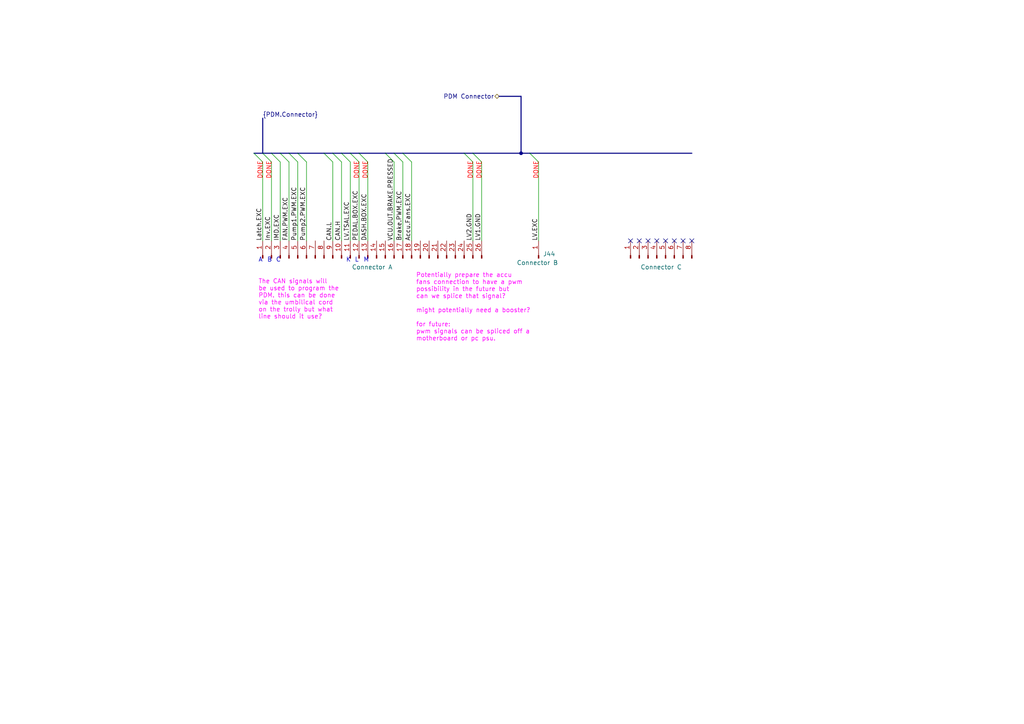
<source format=kicad_sch>
(kicad_sch (version 20230121) (generator eeschema)
  (paper "A4")
  (lib_symbols
    (symbol "Connector:Conn_01x01_Pin" (pin_names (offset 1.016) hide)
      (property "Reference" "J" (at 0 2.54 0))
      (property "Value" "Conn_01x01_Pin" (at 0 -2.54 0))
      (symbol "Conn_01x01_Pin_1_1"
        (polyline (pts (xy 1.27 0) (xy 0.8636 0)) (stroke (width 0.1524)))
        (rectangle (start 0.8636 0.127) (end 0 -0.127) (stroke (width 0.1524)) (fill (type outline)))
        (pin passive line (at 5.08 0 180) (length 3.81) (name "Pin_1") (number "1"))
      )
    )
    (symbol "Connector:Conn_01x08_Pin" (pin_names (offset 1.016) hide)
      (property "Reference" "J" (at 0 10.16 0))
      (property "Value" "Conn_01x08_Pin" (at 0 -12.7 0))
      (symbol "Conn_01x08_Pin_1_1"
        (polyline (pts (xy 1.27 -10.16) (xy 0.8636 -10.16)) (stroke (width 0.1524)))
        (polyline (pts (xy 1.27 -7.62) (xy 0.8636 -7.62)) (stroke (width 0.1524)))
        (polyline (pts (xy 1.27 -5.08) (xy 0.8636 -5.08)) (stroke (width 0.1524)))
        (polyline (pts (xy 1.27 -2.54) (xy 0.8636 -2.54)) (stroke (width 0.1524)))
        (polyline (pts (xy 1.27 0) (xy 0.8636 0)) (stroke (width 0.1524)))
        (polyline (pts (xy 1.27 2.54) (xy 0.8636 2.54)) (stroke (width 0.1524)))
        (polyline (pts (xy 1.27 5.08) (xy 0.8636 5.08)) (stroke (width 0.1524)))
        (polyline (pts (xy 1.27 7.62) (xy 0.8636 7.62)) (stroke (width 0.1524)))
        (rectangle (start 0.8636 -10.033) (end 0 -10.287) (stroke (width 0.1524)) (fill (type outline)))
        (rectangle (start 0.8636 -7.493) (end 0 -7.747) (stroke (width 0.1524)) (fill (type outline)))
        (rectangle (start 0.8636 -4.953) (end 0 -5.207) (stroke (width 0.1524)) (fill (type outline)))
        (rectangle (start 0.8636 -2.413) (end 0 -2.667) (stroke (width 0.1524)) (fill (type outline)))
        (rectangle (start 0.8636 0.127) (end 0 -0.127) (stroke (width 0.1524)) (fill (type outline)))
        (rectangle (start 0.8636 2.667) (end 0 2.413) (stroke (width 0.1524)) (fill (type outline)))
        (rectangle (start 0.8636 5.207) (end 0 4.953) (stroke (width 0.1524)) (fill (type outline)))
        (rectangle (start 0.8636 7.747) (end 0 7.493) (stroke (width 0.1524)) (fill (type outline)))
        (pin passive line (at 5.08 7.62 180) (length 3.81) (name "Pin_1") (number "1"))
        (pin passive line (at 5.08 5.08 180) (length 3.81) (name "Pin_2") (number "2"))
        (pin passive line (at 5.08 2.54 180) (length 3.81) (name "Pin_3") (number "3"))
        (pin passive line (at 5.08 0 180) (length 3.81) (name "Pin_4") (number "4"))
        (pin passive line (at 5.08 -2.54 180) (length 3.81) (name "Pin_5") (number "5"))
        (pin passive line (at 5.08 -5.08 180) (length 3.81) (name "Pin_6") (number "6"))
        (pin passive line (at 5.08 -7.62 180) (length 3.81) (name "Pin_7") (number "7"))
        (pin passive line (at 5.08 -10.16 180) (length 3.81) (name "Pin_8") (number "8"))
      )
    )
    (symbol "Connector:Conn_01x26_Pin" (pin_names (offset 1.016) hide)
      (property "Reference" "J" (at 0 33.02 0))
      (property "Value" "Conn_01x26_Pin" (at 0 -35.56 0))
      (symbol "Conn_01x26_Pin_1_1"
        (polyline (pts (xy 1.27 -33.02) (xy 0.8636 -33.02)) (stroke (width 0.1524)))
        (polyline (pts (xy 1.27 -30.48) (xy 0.8636 -30.48)) (stroke (width 0.1524)))
        (polyline (pts (xy 1.27 -27.94) (xy 0.8636 -27.94)) (stroke (width 0.1524)))
        (polyline (pts (xy 1.27 -25.4) (xy 0.8636 -25.4)) (stroke (width 0.1524)))
        (polyline (pts (xy 1.27 -22.86) (xy 0.8636 -22.86)) (stroke (width 0.1524)))
        (polyline (pts (xy 1.27 -20.32) (xy 0.8636 -20.32)) (stroke (width 0.1524)))
        (polyline (pts (xy 1.27 -17.78) (xy 0.8636 -17.78)) (stroke (width 0.1524)))
        (polyline (pts (xy 1.27 -15.24) (xy 0.8636 -15.24)) (stroke (width 0.1524)))
        (polyline (pts (xy 1.27 -12.7) (xy 0.8636 -12.7)) (stroke (width 0.1524)))
        (polyline (pts (xy 1.27 -10.16) (xy 0.8636 -10.16)) (stroke (width 0.1524)))
        (polyline (pts (xy 1.27 -7.62) (xy 0.8636 -7.62)) (stroke (width 0.1524)))
        (polyline (pts (xy 1.27 -5.08) (xy 0.8636 -5.08)) (stroke (width 0.1524)))
        (polyline (pts (xy 1.27 -2.54) (xy 0.8636 -2.54)) (stroke (width 0.1524)))
        (polyline (pts (xy 1.27 0) (xy 0.8636 0)) (stroke (width 0.1524)))
        (polyline (pts (xy 1.27 2.54) (xy 0.8636 2.54)) (stroke (width 0.1524)))
        (polyline (pts (xy 1.27 5.08) (xy 0.8636 5.08)) (stroke (width 0.1524)))
        (polyline (pts (xy 1.27 7.62) (xy 0.8636 7.62)) (stroke (width 0.1524)))
        (polyline (pts (xy 1.27 10.16) (xy 0.8636 10.16)) (stroke (width 0.1524)))
        (polyline (pts (xy 1.27 12.7) (xy 0.8636 12.7)) (stroke (width 0.1524)))
        (polyline (pts (xy 1.27 15.24) (xy 0.8636 15.24)) (stroke (width 0.1524)))
        (polyline (pts (xy 1.27 17.78) (xy 0.8636 17.78)) (stroke (width 0.1524)))
        (polyline (pts (xy 1.27 20.32) (xy 0.8636 20.32)) (stroke (width 0.1524)))
        (polyline (pts (xy 1.27 22.86) (xy 0.8636 22.86)) (stroke (width 0.1524)))
        (polyline (pts (xy 1.27 25.4) (xy 0.8636 25.4)) (stroke (width 0.1524)))
        (polyline (pts (xy 1.27 27.94) (xy 0.8636 27.94)) (stroke (width 0.1524)))
        (polyline (pts (xy 1.27 30.48) (xy 0.8636 30.48)) (stroke (width 0.1524)))
        (rectangle (start 0.8636 -32.893) (end 0 -33.147) (stroke (width 0.1524)) (fill (type outline)))
        (rectangle (start 0.8636 -30.353) (end 0 -30.607) (stroke (width 0.1524)) (fill (type outline)))
        (rectangle (start 0.8636 -27.813) (end 0 -28.067) (stroke (width 0.1524)) (fill (type outline)))
        (rectangle (start 0.8636 -25.273) (end 0 -25.527) (stroke (width 0.1524)) (fill (type outline)))
        (rectangle (start 0.8636 -22.733) (end 0 -22.987) (stroke (width 0.1524)) (fill (type outline)))
        (rectangle (start 0.8636 -20.193) (end 0 -20.447) (stroke (width 0.1524)) (fill (type outline)))
        (rectangle (start 0.8636 -17.653) (end 0 -17.907) (stroke (width 0.1524)) (fill (type outline)))
        (rectangle (start 0.8636 -15.113) (end 0 -15.367) (stroke (width 0.1524)) (fill (type outline)))
        (rectangle (start 0.8636 -12.573) (end 0 -12.827) (stroke (width 0.1524)) (fill (type outline)))
        (rectangle (start 0.8636 -10.033) (end 0 -10.287) (stroke (width 0.1524)) (fill (type outline)))
        (rectangle (start 0.8636 -7.493) (end 0 -7.747) (stroke (width 0.1524)) (fill (type outline)))
        (rectangle (start 0.8636 -4.953) (end 0 -5.207) (stroke (width 0.1524)) (fill (type outline)))
        (rectangle (start 0.8636 -2.413) (end 0 -2.667) (stroke (width 0.1524)) (fill (type outline)))
        (rectangle (start 0.8636 0.127) (end 0 -0.127) (stroke (width 0.1524)) (fill (type outline)))
        (rectangle (start 0.8636 2.667) (end 0 2.413) (stroke (width 0.1524)) (fill (type outline)))
        (rectangle (start 0.8636 5.207) (end 0 4.953) (stroke (width 0.1524)) (fill (type outline)))
        (rectangle (start 0.8636 7.747) (end 0 7.493) (stroke (width 0.1524)) (fill (type outline)))
        (rectangle (start 0.8636 10.287) (end 0 10.033) (stroke (width 0.1524)) (fill (type outline)))
        (rectangle (start 0.8636 12.827) (end 0 12.573) (stroke (width 0.1524)) (fill (type outline)))
        (rectangle (start 0.8636 15.367) (end 0 15.113) (stroke (width 0.1524)) (fill (type outline)))
        (rectangle (start 0.8636 17.907) (end 0 17.653) (stroke (width 0.1524)) (fill (type outline)))
        (rectangle (start 0.8636 20.447) (end 0 20.193) (stroke (width 0.1524)) (fill (type outline)))
        (rectangle (start 0.8636 22.987) (end 0 22.733) (stroke (width 0.1524)) (fill (type outline)))
        (rectangle (start 0.8636 25.527) (end 0 25.273) (stroke (width 0.1524)) (fill (type outline)))
        (rectangle (start 0.8636 28.067) (end 0 27.813) (stroke (width 0.1524)) (fill (type outline)))
        (rectangle (start 0.8636 30.607) (end 0 30.353) (stroke (width 0.1524)) (fill (type outline)))
        (pin passive line (at 5.08 30.48 180) (length 3.81) (name "Pin_1") (number "1"))
        (pin passive line (at 5.08 7.62 180) (length 3.81) (name "Pin_10") (number "10"))
        (pin passive line (at 5.08 5.08 180) (length 3.81) (name "Pin_11") (number "11"))
        (pin passive line (at 5.08 2.54 180) (length 3.81) (name "Pin_12") (number "12"))
        (pin passive line (at 5.08 0 180) (length 3.81) (name "Pin_13") (number "13"))
        (pin passive line (at 5.08 -2.54 180) (length 3.81) (name "Pin_14") (number "14"))
        (pin passive line (at 5.08 -5.08 180) (length 3.81) (name "Pin_15") (number "15"))
        (pin passive line (at 5.08 -7.62 180) (length 3.81) (name "Pin_16") (number "16"))
        (pin passive line (at 5.08 -10.16 180) (length 3.81) (name "Pin_17") (number "17"))
        (pin passive line (at 5.08 -12.7 180) (length 3.81) (name "Pin_18") (number "18"))
        (pin passive line (at 5.08 -15.24 180) (length 3.81) (name "Pin_19") (number "19"))
        (pin passive line (at 5.08 27.94 180) (length 3.81) (name "Pin_2") (number "2"))
        (pin passive line (at 5.08 -17.78 180) (length 3.81) (name "Pin_20") (number "20"))
        (pin passive line (at 5.08 -20.32 180) (length 3.81) (name "Pin_21") (number "21"))
        (pin passive line (at 5.08 -22.86 180) (length 3.81) (name "Pin_22") (number "22"))
        (pin passive line (at 5.08 -25.4 180) (length 3.81) (name "Pin_23") (number "23"))
        (pin passive line (at 5.08 -27.94 180) (length 3.81) (name "Pin_24") (number "24"))
        (pin passive line (at 5.08 -30.48 180) (length 3.81) (name "Pin_25") (number "25"))
        (pin passive line (at 5.08 -33.02 180) (length 3.81) (name "Pin_26") (number "26"))
        (pin passive line (at 5.08 25.4 180) (length 3.81) (name "Pin_3") (number "3"))
        (pin passive line (at 5.08 22.86 180) (length 3.81) (name "Pin_4") (number "4"))
        (pin passive line (at 5.08 20.32 180) (length 3.81) (name "Pin_5") (number "5"))
        (pin passive line (at 5.08 17.78 180) (length 3.81) (name "Pin_6") (number "6"))
        (pin passive line (at 5.08 15.24 180) (length 3.81) (name "Pin_7") (number "7"))
        (pin passive line (at 5.08 12.7 180) (length 3.81) (name "Pin_8") (number "8"))
        (pin passive line (at 5.08 10.16 180) (length 3.81) (name "Pin_9") (number "9"))
      )
    )
  )
  (junction (at 151.13 44.45))
  (no_connect (at 187.96 69.85))
  (no_connect (at 190.5 69.85))
  (no_connect (at 185.42 69.85))
  (no_connect (at 195.58 69.85))
  (no_connect (at 200.66 69.85))
  (no_connect (at 193.04 69.85))
  (no_connect (at 182.88 69.85))
  (no_connect (at 198.12 69.85))
  (bus_entry (at 134.62 44.45) (size 2.54 2.54))
  (bus_entry (at 111.76 44.45) (size 2.54 2.54))
  (bus_entry (at 137.16 44.45) (size 2.54 2.54))
  (bus_entry (at 114.3 44.45) (size 2.54 2.54))
  (bus_entry (at 83.82 44.45) (size 2.54 2.54))
  (bus_entry (at 96.52 44.45) (size 2.54 2.54))
  (bus_entry (at 116.84 44.45) (size 2.54 2.54))
  (bus_entry (at 93.98 44.45) (size 2.54 2.54))
  (bus_entry (at 99.06 44.45) (size 2.54 2.54))
  (bus_entry (at 101.6 44.45) (size 2.54 2.54))
  (bus_entry (at 104.14 44.45) (size 2.54 2.54))
  (bus_entry (at 76.2 44.45) (size 2.54 2.54))
  (bus_entry (at 153.67 44.45) (size 2.54 2.54))
  (bus_entry (at 81.28 44.45) (size 2.54 2.54))
  (bus_entry (at 73.66 44.45) (size 2.54 2.54))
  (bus_entry (at 78.74 44.45) (size 2.54 2.54))
  (bus_entry (at 86.36 44.45) (size 2.54 2.54))
  (wire (pts (xy 119.38 46.99) (xy 119.38 69.85)))
  (wire (pts (xy 116.84 46.99) (xy 116.84 69.85)))
  (bus (pts (xy 86.36 44.45) (xy 93.98 44.45)))
  (wire (pts (xy 88.9 46.99) (xy 88.9 69.85)))
  (bus (pts (xy 144.78 27.94) (xy 151.13 27.94)))
  (wire (pts (xy 106.68 46.99) (xy 106.68 69.85)))
  (wire (pts (xy 99.06 46.99) (xy 99.06 69.85)))
  (bus (pts (xy 104.14 44.45) (xy 111.76 44.45)))
  (wire (pts (xy 76.2 46.99) (xy 76.2 69.85)))
  (wire (pts (xy 137.16 46.99) (xy 137.16 69.85)))
  (bus (pts (xy 76.2 44.45) (xy 78.74 44.45)))
  (bus (pts (xy 96.52 44.45) (xy 99.06 44.45)))
  (bus (pts (xy 99.06 44.45) (xy 101.6 44.45)))
  (wire (pts (xy 104.14 46.99) (xy 104.14 69.85)))
  (bus (pts (xy 93.98 44.45) (xy 96.52 44.45)))
  (wire (pts (xy 114.3 46.99) (xy 114.3 69.85)))
  (bus (pts (xy 101.6 44.45) (xy 104.14 44.45)))
  (wire (pts (xy 96.52 46.99) (xy 96.52 69.85)))
  (bus (pts (xy 111.76 44.45) (xy 114.3 44.45)))
  (wire (pts (xy 81.28 46.99) (xy 81.28 69.85)))
  (wire (pts (xy 83.82 46.99) (xy 83.82 69.85)))
  (bus (pts (xy 76.2 34.29) (xy 76.2 44.45)))
  (bus (pts (xy 151.13 44.45) (xy 153.67 44.45)))
  (bus (pts (xy 78.74 44.45) (xy 81.28 44.45)))
  (bus (pts (xy 116.84 44.45) (xy 134.62 44.45)))
  (wire (pts (xy 101.6 46.99) (xy 101.6 69.85)))
  (bus (pts (xy 134.62 44.45) (xy 137.16 44.45)))
  (bus (pts (xy 114.3 44.45) (xy 116.84 44.45)))
  (wire (pts (xy 78.74 46.99) (xy 78.74 69.85)))
  (bus (pts (xy 137.16 44.45) (xy 151.13 44.45)))
  (bus (pts (xy 83.82 44.45) (xy 86.36 44.45)))
  (wire (pts (xy 156.21 46.99) (xy 156.21 69.85)))
  (bus (pts (xy 151.13 27.94) (xy 151.13 44.45)))
  (wire (pts (xy 86.36 46.99) (xy 86.36 69.85)))
  (wire (pts (xy 139.7 46.99) (xy 139.7 69.85)))
  (bus (pts (xy 153.67 44.45) (xy 200.66 44.45)))
  (bus (pts (xy 81.28 44.45) (xy 83.82 44.45)))
  (bus (pts (xy 73.66 44.45) (xy 76.2 44.45)))
  (text "DONE" (at 76.2 52.07 90) (effects (font (size 1.27 1.27)) (justify left bottom)))
  (text "The CAN signals will\nbe used to program the\nPDM. this can be done\nvia the umbilical cord\non the trolly but what\nline should it use?" (at 74.93 92.71 0) (effects (font (size 1.27 1.27)) (justify left bottom)))
  (text "DONE" (at 106.68 52.07 90) (effects (font (size 1.27 1.27)) (justify left bottom)))
  (text "L" (at 102.87 76.2 0) (effects (font (size 1.27 1.27)) (justify left bottom)))
  (text "B" (at 77.47 76.2 0) (effects (font (size 1.27 1.27)) (justify left bottom)))
  (text "K" (at 100.33 76.2 0) (effects (font (size 1.27 1.27)) (justify left bottom)))
  (text "C" (at 80.01 76.2 0) (effects (font (size 1.27 1.27)) (justify left bottom)))
  (text "A" (at 74.93 76.2 0) (effects (font (size 1.27 1.27)) (justify left bottom)))
  (text "DONE" (at 156.21 52.07 90) (effects (font (size 1.27 1.27)) (justify left bottom)))
  (text "DONE" (at 78.74 52.07 90) (effects (font (size 1.27 1.27)) (justify left bottom)))
  (text "M" (at 105.41 76.2 0) (effects (font (size 1.27 1.27)) (justify left bottom)))
  (text "DONE" (at 104.14 52.07 90) (effects (font (size 1.27 1.27)) (justify left bottom)))
  (text "DONE" (at 137.16 52.07 90) (effects (font (size 1.27 1.27)) (justify left bottom)))
  (text "DONE" (at 139.7 52.07 90) (effects (font (size 1.27 1.27)) (justify left bottom)))
  (text "Potentially prepare the accu\nfans connection to have a pwm\npossibility in the future but\ncan we splice that signal?\n\nmight potentially need a booster?\n\nfor future:\npwm signals can be spliced off a\nmotherboard or pc psu." (at 120.65 99.06 0) (effects (font (size 1.27 1.27)) (justify left bottom)))
  (label "Latch.EXC" (at 76.2 69.85 90))
  (label "Pump2.PWM.EXC" (at 88.9 69.85 90))
  (label "IMD.EXC" (at 81.28 69.85 90))
  (label "LV.EXC" (at 156.21 69.85 90))
  (label "LV.TSAL.EXC" (at 101.6 69.85 90))
  (label "{PDM.Connector}" (at 76.2 34.29 0))
  (label "DASH.BOX.EXC" (at 106.68 69.85 90))
  (label "Brake.PWM.EXC" (at 116.84 69.85 90))
  (label "PEDAL.BOX.EXC" (at 104.14 69.85 90))
  (label "LV1.GND" (at 139.7 69.85 90))
  (label "FAN.PWM.EXC" (at 83.82 69.85 90))
  (label "Accu.Fans.EXC" (at 119.38 69.85 90))
  (label "Inv.EXC" (at 78.74 69.85 90))
  (label "VCU.OUT.BRAKE.PRESSED" (at 114.3 69.85 90))
  (label "Pump1.PWM.EXC" (at 86.36 69.85 90))
  (label "CAN.L" (at 96.52 69.85 90))
  (label "CAN.H" (at 99.06 69.85 90))
  (label "LV2.GND" (at 137.16 69.85 90))
  (hierarchical_label "PDM Connector" (shape bidirectional) (at 144.78 27.94 180))
  (symbol (lib_id "Connector:Conn_01x08_Pin") (at 190.5 74.93 90) (unit 1)
    (property "Reference" "J45" (effects hide))
    (property "Value" "Connector C" (at 191.77 77.47 90))
  )
  (symbol (lib_id "Connector:Conn_01x26_Pin") (at 106.68 74.93 90) (unit 1)
    (property "Reference" "J43" (effects hide))
    (property "Value" "Connector A" (at 107.95 77.47 90))
  )
  (symbol (lib_id "Connector:Conn_01x01_Pin") (at 156.21 74.93 90) (unit 1)
    (property "Reference" "J44" (at 157.48 73.66 90) (effects (justify right)))
    (property "Value" "Connector B" (at 149.86 76.2 90) (effects (justify right)))
  )
)
</source>
